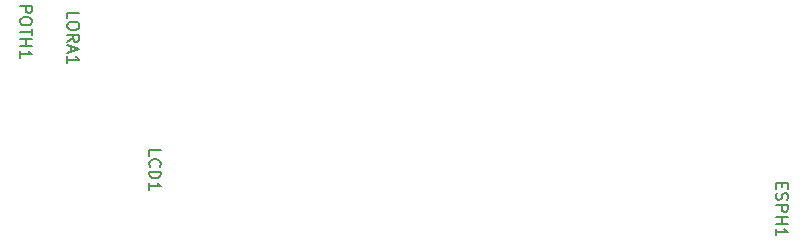
<source format=gto>
G04 #@! TF.GenerationSoftware,KiCad,Pcbnew,7.0.8*
G04 #@! TF.CreationDate,2023-11-10T17:37:59-07:00*
G04 #@! TF.ProjectId,longmon-hatt,6c6f6e67-6d6f-46e2-9d68-6174742e6b69,rev?*
G04 #@! TF.SameCoordinates,Original*
G04 #@! TF.FileFunction,Legend,Top*
G04 #@! TF.FilePolarity,Positive*
%FSLAX46Y46*%
G04 Gerber Fmt 4.6, Leading zero omitted, Abs format (unit mm)*
G04 Created by KiCad (PCBNEW 7.0.8) date 2023-11-10 17:37:59*
%MOMM*%
%LPD*%
G01*
G04 APERTURE LIST*
%ADD10C,0.153000*%
%ADD11C,3.240000*%
%ADD12C,1.524000*%
%ADD13C,3.000000*%
%ADD14C,1.540000*%
G04 APERTURE END LIST*
D10*
X195069146Y-97809524D02*
X195069146Y-98142857D01*
X194545336Y-98285714D02*
X194545336Y-97809524D01*
X194545336Y-97809524D02*
X195545336Y-97809524D01*
X195545336Y-97809524D02*
X195545336Y-98285714D01*
X194592956Y-98666667D02*
X194545336Y-98809524D01*
X194545336Y-98809524D02*
X194545336Y-99047619D01*
X194545336Y-99047619D02*
X194592956Y-99142857D01*
X194592956Y-99142857D02*
X194640575Y-99190476D01*
X194640575Y-99190476D02*
X194735813Y-99238095D01*
X194735813Y-99238095D02*
X194831051Y-99238095D01*
X194831051Y-99238095D02*
X194926289Y-99190476D01*
X194926289Y-99190476D02*
X194973908Y-99142857D01*
X194973908Y-99142857D02*
X195021527Y-99047619D01*
X195021527Y-99047619D02*
X195069146Y-98857143D01*
X195069146Y-98857143D02*
X195116765Y-98761905D01*
X195116765Y-98761905D02*
X195164384Y-98714286D01*
X195164384Y-98714286D02*
X195259622Y-98666667D01*
X195259622Y-98666667D02*
X195354860Y-98666667D01*
X195354860Y-98666667D02*
X195450098Y-98714286D01*
X195450098Y-98714286D02*
X195497717Y-98761905D01*
X195497717Y-98761905D02*
X195545336Y-98857143D01*
X195545336Y-98857143D02*
X195545336Y-99095238D01*
X195545336Y-99095238D02*
X195497717Y-99238095D01*
X194545336Y-99666667D02*
X195545336Y-99666667D01*
X195545336Y-99666667D02*
X195545336Y-100047619D01*
X195545336Y-100047619D02*
X195497717Y-100142857D01*
X195497717Y-100142857D02*
X195450098Y-100190476D01*
X195450098Y-100190476D02*
X195354860Y-100238095D01*
X195354860Y-100238095D02*
X195212003Y-100238095D01*
X195212003Y-100238095D02*
X195116765Y-100190476D01*
X195116765Y-100190476D02*
X195069146Y-100142857D01*
X195069146Y-100142857D02*
X195021527Y-100047619D01*
X195021527Y-100047619D02*
X195021527Y-99666667D01*
X194545336Y-100666667D02*
X195545336Y-100666667D01*
X195069146Y-100666667D02*
X195069146Y-101238095D01*
X194545336Y-101238095D02*
X195545336Y-101238095D01*
X194545336Y-102238095D02*
X194545336Y-101666667D01*
X194545336Y-101952381D02*
X195545336Y-101952381D01*
X195545336Y-101952381D02*
X195402479Y-101857143D01*
X195402479Y-101857143D02*
X195307241Y-101761905D01*
X195307241Y-101761905D02*
X195259622Y-101666667D01*
X134545336Y-83880952D02*
X134545336Y-83404762D01*
X134545336Y-83404762D02*
X135545336Y-83404762D01*
X135545336Y-84404762D02*
X135545336Y-84595238D01*
X135545336Y-84595238D02*
X135497717Y-84690476D01*
X135497717Y-84690476D02*
X135402479Y-84785714D01*
X135402479Y-84785714D02*
X135212003Y-84833333D01*
X135212003Y-84833333D02*
X134878670Y-84833333D01*
X134878670Y-84833333D02*
X134688194Y-84785714D01*
X134688194Y-84785714D02*
X134592956Y-84690476D01*
X134592956Y-84690476D02*
X134545336Y-84595238D01*
X134545336Y-84595238D02*
X134545336Y-84404762D01*
X134545336Y-84404762D02*
X134592956Y-84309524D01*
X134592956Y-84309524D02*
X134688194Y-84214286D01*
X134688194Y-84214286D02*
X134878670Y-84166667D01*
X134878670Y-84166667D02*
X135212003Y-84166667D01*
X135212003Y-84166667D02*
X135402479Y-84214286D01*
X135402479Y-84214286D02*
X135497717Y-84309524D01*
X135497717Y-84309524D02*
X135545336Y-84404762D01*
X134545336Y-85833333D02*
X135021527Y-85500000D01*
X134545336Y-85261905D02*
X135545336Y-85261905D01*
X135545336Y-85261905D02*
X135545336Y-85642857D01*
X135545336Y-85642857D02*
X135497717Y-85738095D01*
X135497717Y-85738095D02*
X135450098Y-85785714D01*
X135450098Y-85785714D02*
X135354860Y-85833333D01*
X135354860Y-85833333D02*
X135212003Y-85833333D01*
X135212003Y-85833333D02*
X135116765Y-85785714D01*
X135116765Y-85785714D02*
X135069146Y-85738095D01*
X135069146Y-85738095D02*
X135021527Y-85642857D01*
X135021527Y-85642857D02*
X135021527Y-85261905D01*
X134831051Y-86214286D02*
X134831051Y-86690476D01*
X134545336Y-86119048D02*
X135545336Y-86452381D01*
X135545336Y-86452381D02*
X134545336Y-86785714D01*
X134545336Y-87642857D02*
X134545336Y-87071429D01*
X134545336Y-87357143D02*
X135545336Y-87357143D01*
X135545336Y-87357143D02*
X135402479Y-87261905D01*
X135402479Y-87261905D02*
X135307241Y-87166667D01*
X135307241Y-87166667D02*
X135259622Y-87071429D01*
X130545336Y-82833333D02*
X131545336Y-82833333D01*
X131545336Y-82833333D02*
X131545336Y-83214285D01*
X131545336Y-83214285D02*
X131497717Y-83309523D01*
X131497717Y-83309523D02*
X131450098Y-83357142D01*
X131450098Y-83357142D02*
X131354860Y-83404761D01*
X131354860Y-83404761D02*
X131212003Y-83404761D01*
X131212003Y-83404761D02*
X131116765Y-83357142D01*
X131116765Y-83357142D02*
X131069146Y-83309523D01*
X131069146Y-83309523D02*
X131021527Y-83214285D01*
X131021527Y-83214285D02*
X131021527Y-82833333D01*
X131545336Y-84023809D02*
X131545336Y-84214285D01*
X131545336Y-84214285D02*
X131497717Y-84309523D01*
X131497717Y-84309523D02*
X131402479Y-84404761D01*
X131402479Y-84404761D02*
X131212003Y-84452380D01*
X131212003Y-84452380D02*
X130878670Y-84452380D01*
X130878670Y-84452380D02*
X130688194Y-84404761D01*
X130688194Y-84404761D02*
X130592956Y-84309523D01*
X130592956Y-84309523D02*
X130545336Y-84214285D01*
X130545336Y-84214285D02*
X130545336Y-84023809D01*
X130545336Y-84023809D02*
X130592956Y-83928571D01*
X130592956Y-83928571D02*
X130688194Y-83833333D01*
X130688194Y-83833333D02*
X130878670Y-83785714D01*
X130878670Y-83785714D02*
X131212003Y-83785714D01*
X131212003Y-83785714D02*
X131402479Y-83833333D01*
X131402479Y-83833333D02*
X131497717Y-83928571D01*
X131497717Y-83928571D02*
X131545336Y-84023809D01*
X131545336Y-84738095D02*
X131545336Y-85309523D01*
X130545336Y-85023809D02*
X131545336Y-85023809D01*
X130545336Y-85642857D02*
X131545336Y-85642857D01*
X131069146Y-85642857D02*
X131069146Y-86214285D01*
X130545336Y-86214285D02*
X131545336Y-86214285D01*
X130545336Y-87214285D02*
X130545336Y-86642857D01*
X130545336Y-86928571D02*
X131545336Y-86928571D01*
X131545336Y-86928571D02*
X131402479Y-86833333D01*
X131402479Y-86833333D02*
X131307241Y-86738095D01*
X131307241Y-86738095D02*
X131259622Y-86642857D01*
X141465336Y-95513333D02*
X141465336Y-95037143D01*
X141465336Y-95037143D02*
X142465336Y-95037143D01*
X141560575Y-96418095D02*
X141512956Y-96370476D01*
X141512956Y-96370476D02*
X141465336Y-96227619D01*
X141465336Y-96227619D02*
X141465336Y-96132381D01*
X141465336Y-96132381D02*
X141512956Y-95989524D01*
X141512956Y-95989524D02*
X141608194Y-95894286D01*
X141608194Y-95894286D02*
X141703432Y-95846667D01*
X141703432Y-95846667D02*
X141893908Y-95799048D01*
X141893908Y-95799048D02*
X142036765Y-95799048D01*
X142036765Y-95799048D02*
X142227241Y-95846667D01*
X142227241Y-95846667D02*
X142322479Y-95894286D01*
X142322479Y-95894286D02*
X142417717Y-95989524D01*
X142417717Y-95989524D02*
X142465336Y-96132381D01*
X142465336Y-96132381D02*
X142465336Y-96227619D01*
X142465336Y-96227619D02*
X142417717Y-96370476D01*
X142417717Y-96370476D02*
X142370098Y-96418095D01*
X141465336Y-96846667D02*
X142465336Y-96846667D01*
X142465336Y-96846667D02*
X142465336Y-97084762D01*
X142465336Y-97084762D02*
X142417717Y-97227619D01*
X142417717Y-97227619D02*
X142322479Y-97322857D01*
X142322479Y-97322857D02*
X142227241Y-97370476D01*
X142227241Y-97370476D02*
X142036765Y-97418095D01*
X142036765Y-97418095D02*
X141893908Y-97418095D01*
X141893908Y-97418095D02*
X141703432Y-97370476D01*
X141703432Y-97370476D02*
X141608194Y-97322857D01*
X141608194Y-97322857D02*
X141512956Y-97227619D01*
X141512956Y-97227619D02*
X141465336Y-97084762D01*
X141465336Y-97084762D02*
X141465336Y-96846667D01*
X141465336Y-98370476D02*
X141465336Y-97799048D01*
X141465336Y-98084762D02*
X142465336Y-98084762D01*
X142465336Y-98084762D02*
X142322479Y-97989524D01*
X142322479Y-97989524D02*
X142227241Y-97894286D01*
X142227241Y-97894286D02*
X142179622Y-97799048D01*
%LPC*%
D11*
X146000000Y-111642000D03*
X192540000Y-111642000D03*
X146000000Y-88358000D03*
X192540000Y-88358000D03*
D12*
X185560000Y-87500000D03*
X152540000Y-112500000D03*
X155080000Y-112500000D03*
X150000000Y-112500000D03*
X157620000Y-112500000D03*
X160160000Y-112500000D03*
X162700000Y-112500000D03*
X165240000Y-112500000D03*
X167780000Y-112500000D03*
X170320000Y-112500000D03*
X172860000Y-112500000D03*
X175400000Y-112500000D03*
X177940000Y-112500000D03*
X180480000Y-112500000D03*
X180480000Y-87500000D03*
X177940000Y-87500000D03*
X175400000Y-87500000D03*
X172860000Y-87500000D03*
X170320000Y-87500000D03*
X167780000Y-87500000D03*
X165240000Y-87500000D03*
X150000000Y-87500000D03*
X162700000Y-87500000D03*
X152540000Y-87500000D03*
X157620000Y-87500000D03*
X155080000Y-87500000D03*
X160160000Y-87500000D03*
X183020000Y-112500000D03*
X183020000Y-87500000D03*
X185560000Y-112500000D03*
X135000000Y-90000000D03*
X135000000Y-92500000D03*
X135000000Y-95000000D03*
X135000000Y-97500000D03*
X135000000Y-100000000D03*
X135000000Y-102500000D03*
X131000000Y-92500000D03*
X131000000Y-95000000D03*
X131000000Y-90000000D03*
D13*
X139550000Y-81640000D03*
X139550000Y-111640000D03*
X192550000Y-81640000D03*
D14*
X139550000Y-87750000D03*
X139550000Y-90290000D03*
X139550000Y-92830000D03*
X139550000Y-95370000D03*
X139550000Y-97910000D03*
X139550000Y-100450000D03*
X139550000Y-102990000D03*
X139550000Y-105530000D03*
%LPD*%
M02*

</source>
